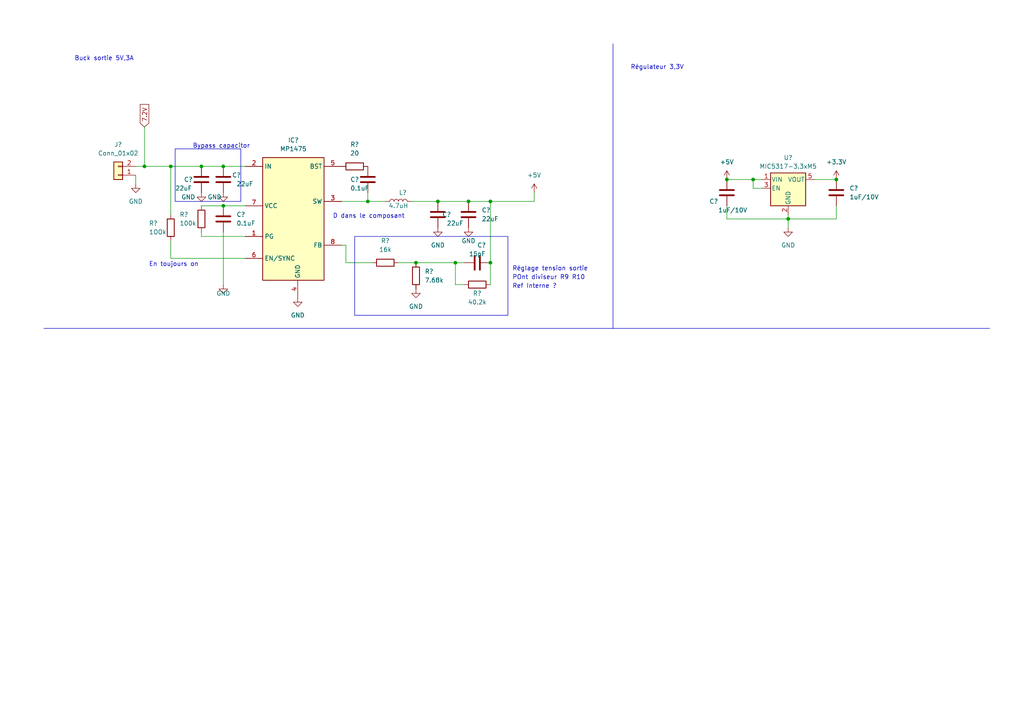
<source format=kicad_sch>
(kicad_sch (version 20230121) (generator eeschema)
  (paper "A4")
  (lib_symbols
    (symbol "Connector_Generic:Conn_01x02" (pin_names (offset 1.016) hide)
      (property "Reference" "J" (at 0 2.54 0))
      (property "Value" "Conn_01x02" (at 0 -5.08 0))
      (symbol "Conn_01x02_1_1"
        (rectangle (start -1.27 -2.413) (end 0 -2.667) (stroke (width 0.1524)))
        (rectangle (start -1.27 0.127) (end 0 -0.127) (stroke (width 0.1524)))
        (rectangle (start -1.27 1.27) (end 1.27 -3.81) (stroke (width 0.254)) (fill (type background)))
        (pin passive line (at -5.08 0 0) (length 3.81) (name "Pin_1") (number "1"))
        (pin passive line (at -5.08 -2.54 0) (length 3.81) (name "Pin_2") (number "2"))
      )
    )
    (symbol "Device:C" (pin_numbers hide) (pin_names (offset 0.254))
      (property "Reference" "C" (at 0.635 2.54 0))
      (property "Value" "C" (at 0.635 -2.54 0))
      (symbol "C_0_1"
        (polyline (pts (xy -2.032 -0.762) (xy 2.032 -0.762)) (stroke (width 0.508)))
        (polyline (pts (xy -2.032 0.762) (xy 2.032 0.762)) (stroke (width 0.508)))
      )
      (symbol "C_1_1"
        (pin passive line (at 0 3.81 270) (length 2.794) (name "~") (number "1"))
        (pin passive line (at 0 -3.81 90) (length 2.794) (name "~") (number "2"))
      )
    )
    (symbol "Device:L" (pin_numbers hide) (pin_names (offset 1.016) hide)
      (property "Reference" "L" (at -1.27 0 90))
      (property "Value" "L" (at 1.905 0 90))
      (symbol "L_0_1"
        (arc (start 0 -2.54) (mid 0.6323 -1.905) (end 0 -1.27))
        (arc (start 0 -1.27) (mid 0.6323 -0.635) (end 0 0))
        (arc (start 0 0) (mid 0.6323 0.635) (end 0 1.27))
        (arc (start 0 1.27) (mid 0.6323 1.905) (end 0 2.54))
      )
      (symbol "L_1_1"
        (pin passive line (at 0 3.81 270) (length 1.27) (name "1") (number "1"))
        (pin passive line (at 0 -3.81 90) (length 1.27) (name "2") (number "2"))
      )
    )
    (symbol "Device:R" (pin_numbers hide) (pin_names (offset 0))
      (property "Reference" "R" (at 2.032 0 90))
      (property "Value" "R" (at 0 0 90))
      (symbol "R_0_1"
        (rectangle (start -1.016 -2.54) (end 1.016 2.54) (stroke (width 0.254)))
      )
      (symbol "R_1_1"
        (pin passive line (at 0 3.81 270) (length 1.27) (name "~") (number "1"))
        (pin passive line (at 0 -3.81 90) (length 1.27) (name "~") (number "2"))
      )
    )
    (symbol "MP1475SGJ-P:MP1475SGJ-P"
      (property "Reference" "IC" (at 15.24 11.43 0))
      (property "Value" "MP1475" (at 8.89 3.81 0))
      (symbol "MP1475SGJ-P_1_1"
        (rectangle (start 3.81 8.89) (end 21.59 -26.67) (stroke (width 0.254)) (fill (type background)))
        (pin passive line (at -1.27 -13.97 0) (length 5.08) (name "PG") (number "1"))
        (pin power_in line (at -1.27 6.35 0) (length 5.08) (name "IN") (number "2"))
        (pin passive line (at 26.67 -3.81 180) (length 5.08) (name "SW") (number "3"))
        (pin passive line (at 13.97 -31.75 90) (length 5.08) (name "GND") (number "4"))
        (pin passive line (at 26.67 6.35 180) (length 5.08) (name "BST") (number "5"))
        (pin passive line (at -1.27 -20.32 0) (length 5.08) (name "EN/SYNC") (number "6"))
        (pin power_in line (at -1.27 -5.08 0) (length 5.08) (name "VCC") (number "7"))
        (pin passive line (at 26.67 -16.51 180) (length 5.08) (name "FB") (number "8"))
      )
    )
    (symbol "Regulator_Linear:MIC5317-3.3xM5" (pin_names (offset 0.254))
      (property "Reference" "U" (at -6.35 6.35 0))
      (property "Value" "MIC5317-3.3xM5" (at 0 6.35 0))
      (symbol "MIC5317-3.3xM5_0_1"
        (rectangle (start -5.08 4.445) (end 5.08 -5.08) (stroke (width 0.254)) (fill (type background)))
      )
      (symbol "MIC5317-3.3xM5_1_1"
        (pin power_in line (at -7.62 2.54 0) (length 2.54) (name "VIN") (number "1"))
        (pin power_in line (at 0 -7.62 90) (length 2.54) (name "GND") (number "2"))
        (pin input line (at -7.62 0 0) (length 2.54) (name "EN") (number "3"))
        (pin no_connect line (at 5.08 0 180) (length 2.54) hide (name "NC") (number "4"))
        (pin power_out line (at 7.62 2.54 180) (length 2.54) (name "VOUT") (number "5"))
      )
    )
    (symbol "power:+3.3V" (power) (pin_names (offset 0))
      (property "Value" "+3.3V" (at 0 3.556 0))
      (symbol "+3.3V_0_1"
        (polyline (pts (xy -0.762 1.27) (xy 0 2.54)))
        (polyline (pts (xy 0 0) (xy 0 2.54)))
        (polyline (pts (xy 0 2.54) (xy 0.762 1.27)))
      )
      (symbol "+3.3V_1_1"
        (pin power_in line (at 0 0 90) (length 0) hide (name "+3.3V") (number "1"))
      )
    )
    (symbol "power:+5V" (power) (pin_names (offset 0))
      (property "Value" "+5V" (at 0 3.556 0))
      (symbol "+5V_0_1"
        (polyline (pts (xy -0.762 1.27) (xy 0 2.54)))
        (polyline (pts (xy 0 0) (xy 0 2.54)))
        (polyline (pts (xy 0 2.54) (xy 0.762 1.27)))
      )
      (symbol "+5V_1_1"
        (pin power_in line (at 0 0 90) (length 0) hide (name "+5V") (number "1"))
      )
    )
    (symbol "power:GND" (power) (pin_names (offset 0))
      (property "Value" "GND" (at 0 -3.81 0))
      (symbol "GND_0_1"
        (polyline (pts (xy 0 0) (xy 0 -1.27) (xy 1.27 -1.27) (xy 0 -2.54) (xy -1.27 -1.27) (xy 0 -1.27)))
      )
      (symbol "GND_1_1"
        (pin power_in line (at 0 0 270) (length 0) hide (name "GND") (number "1"))
      )
    )
  )
  (junction (at 242.57 52.07))
  (junction (at 106.68 58.42))
  (junction (at 218.44 52.07))
  (junction (at 120.65 76.2))
  (junction (at 210.82 52.07))
  (junction (at 58.42 48.26))
  (junction (at 41.91 48.26))
  (junction (at 142.24 76.2))
  (junction (at 142.24 58.42))
  (junction (at 228.6 63.5))
  (junction (at 135.89 58.42))
  (junction (at 64.77 59.69))
  (junction (at 132.08 76.2))
  (junction (at 64.77 48.26))
  (junction (at 127 58.42))
  (junction (at 49.53 48.26))
  (wire (pts (xy 58.42 48.26) (xy 64.77 48.26)))
  (wire (pts (xy 242.57 59.69) (xy 242.57 63.5)))
  (wire (pts (xy 142.24 76.2) (xy 142.24 82.55)))
  (wire (pts (xy 154.94 58.42) (xy 154.94 55.88)))
  (wire (pts (xy 41.91 36.83) (xy 41.91 48.26)))
  (wire (pts (xy 107.95 76.2) (xy 100.33 76.2)))
  (wire (pts (xy 220.98 54.61) (xy 218.44 54.61)))
  (wire (pts (xy 236.22 52.07) (xy 242.57 52.07)))
  (wire (pts (xy 142.24 58.42) (xy 154.94 58.42)))
  (wire (pts (xy 49.53 69.85) (xy 49.53 74.93)))
  (polyline (pts (xy 12.7 95.25) (xy 177.8 95.25)))
  (wire (pts (xy 228.6 63.5) (xy 228.6 62.23)))
  (wire (pts (xy 64.77 48.26) (xy 71.12 48.26)))
  (wire (pts (xy 41.91 48.26) (xy 49.53 48.26)))
  (wire (pts (xy 71.12 74.93) (xy 49.53 74.93)))
  (wire (pts (xy 106.68 58.42) (xy 106.68 55.88)))
  (wire (pts (xy 106.68 58.42) (xy 111.76 58.42)))
  (wire (pts (xy 100.33 71.12) (xy 99.06 71.12)))
  (wire (pts (xy 228.6 63.5) (xy 228.6 66.04)))
  (wire (pts (xy 132.08 82.55) (xy 134.62 82.55)))
  (wire (pts (xy 39.37 48.26) (xy 41.91 48.26)))
  (wire (pts (xy 58.42 68.58) (xy 58.42 67.31)))
  (wire (pts (xy 58.42 68.58) (xy 71.12 68.58)))
  (wire (pts (xy 210.82 59.69) (xy 210.82 63.5)))
  (wire (pts (xy 99.06 58.42) (xy 106.68 58.42)))
  (wire (pts (xy 127 58.42) (xy 119.38 58.42)))
  (wire (pts (xy 100.33 76.2) (xy 100.33 71.12)))
  (wire (pts (xy 210.82 63.5) (xy 228.6 63.5)))
  (wire (pts (xy 120.65 76.2) (xy 115.57 76.2)))
  (wire (pts (xy 64.77 82.55) (xy 64.77 67.31)))
  (wire (pts (xy 218.44 54.61) (xy 218.44 52.07)))
  (wire (pts (xy 135.89 58.42) (xy 142.24 58.42)))
  (wire (pts (xy 228.6 63.5) (xy 242.57 63.5)))
  (wire (pts (xy 132.08 76.2) (xy 132.08 82.55)))
  (polyline (pts (xy 177.8 12.7) (xy 177.8 95.25)))
  (wire (pts (xy 39.37 50.8) (xy 39.37 53.34)))
  (polyline (pts (xy 177.8 95.25) (xy 287.02 95.25)))
  (wire (pts (xy 120.65 76.2) (xy 132.08 76.2)))
  (wire (pts (xy 49.53 62.23) (xy 49.53 48.26)))
  (wire (pts (xy 64.77 59.69) (xy 71.12 59.69)))
  (wire (pts (xy 134.62 76.2) (xy 132.08 76.2)))
  (wire (pts (xy 58.42 59.69) (xy 64.77 59.69)))
  (wire (pts (xy 210.82 52.07) (xy 218.44 52.07)))
  (wire (pts (xy 127 58.42) (xy 135.89 58.42)))
  (wire (pts (xy 218.44 52.07) (xy 220.98 52.07)))
  (wire (pts (xy 142.24 58.42) (xy 142.24 76.2)))
  (wire (pts (xy 49.53 48.26) (xy 58.42 48.26)))
  (rectangle (start 50.8 43.18) (end 69.85 58.42))
  (rectangle (start 102.87 68.58) (end 147.32 91.44))
  (rectangle (start 102.87 91.44) (end 102.87 91.44))
  (text "Bypass capacitor\n" (at 55.88 43.18 0) (effects (font (size 1.27 1.27)) (justify left bottom)))
  (text "POnt diviseur R9 R10" (at 148.59 81.28 0) (effects (font (size 1.27 1.27)) (justify left bottom)))
  (text "D dans le composant" (at 96.52 63.5 0) (effects (font (size 1.27 1.27)) (justify left bottom)))
  (text "En toujours on\n" (at 43.18 77.47 0) (effects (font (size 1.27 1.27)) (justify left bottom)))
  (text "Réglage tension sortie" (at 148.59 78.74 0) (effects (font (size 1.27 1.27)) (justify left bottom)))
  (text "Buck sortie 5V,3A" (at 21.59 17.78 0) (effects (font (size 1.27 1.27)) (justify left bottom)))
  (text "Régulateur 3,3V" (at 182.88 20.32 0) (effects (font (size 1.27 1.27)) (justify left bottom)))
  (text "Ref Interne ?" (at 148.59 83.82 0) (effects (font (size 1.27 1.27)) (justify left bottom)))
  (global_label "7.2V" (shape input) (at 41.91 36.83 90) (property "Intersheetrefs" "${INTERSHEET_REFS}" (effects hide)))
  (symbol (lib_id "MP1475SGJ-P:MP1475SGJ-P") (at 72.39 54.61 0) (unit 1)
    (property "Reference" "IC?" (at 85.09 40.64 0))
    (property "Value" "MP1475" (at 85.09 43.18 0))
    (property "Footprint" "KiCad:SOT65P280X100-8N" (effects hide))
    (property "Datasheet" "http://media.digikey.com/pdf/Data%20Sheets/Monolithic%20Power%20PDF" (effects hide))
    (property "Height" "1" (effects hide))
    (property "Mouser Part Number" "946-MP1475SGJ-P" (effects hide))
    (property "Mouser Price/Stock" "https://www.mouser.co.uk/ProductDetail/Monolithic-Power-Systems-MPS/MP1475SGJ-P?qs=FIQZoK1q933LtAjxu26L8w%3D%3D" (effects hide))
    (property "Manufacturer_Name" "Monolithic Power Systems (MPS)" (effects hide))
    (property "Manufacturer_Part_Number" "MP1475SGJ-P" (effects hide))
    (instances (project "Alimentation" (path "" (reference "IC?") (unit 1)) (path "" (reference "IC1") (unit 1))))
  )
  (symbol (lib_id "power:+5V") (at 154.94 55.88 0) (unit 1)
    (property "Reference" "#PWR027" (effects hide))
    (property "Value" "+5V" (at 154.94 50.8 0))
  )
  (symbol (lib_id "Device:C") (at 135.89 62.23 0) (unit 1)
    (property "Reference" "C?" (at 139.7 60.96 0) (effects (justify left)))
    (property "Value" "22uF" (at 139.7 63.5 0) (effects (justify left)))
    (property "Footprint" "Capacitor_SMD:C_0603_1608Metric_Pad1.08x0.95mm_HandSolder" (effects hide))
    (instances (project "Alimentation" (path "" (reference "C?") (unit 1)) (path "" (reference "C16") (unit 1))))
  )
  (symbol (lib_id "power:+3.3V") (at 242.57 52.07 0) (unit 1)
    (property "Reference" "#PWR030" (effects hide))
    (property "Value" "+3.3V" (at 242.57 46.99 0))
  )
  (symbol (lib_id "power:GND") (at 64.77 55.88 0) (unit 1)
    (property "Reference" "#PWR?" (effects hide))
    (property "Value" "GND" (at 62.23 57.15 0))
    (instances (project "Alimentation" (path "" (reference "#PWR?") (unit 1)) (path "" (reference "#PWR021") (unit 1))))
  )
  (symbol (lib_id "Device:R") (at 111.76 76.2 90) (unit 1)
    (property "Reference" "R?" (at 111.76 69.85 90))
    (property "Value" "16k" (at 111.76 72.39 90))
    (property "Footprint" "Resistor_SMD:R_0603_1608Metric_Pad0.98x0.95mm_HandSolder" (effects hide))
    (instances (project "Alimentation" (path "" (reference "R?") (unit 1)) (path "" (reference "R8") (unit 1))))
  )
  (symbol (lib_id "power:GND") (at 228.6 66.04 0) (unit 1)
    (property "Reference" "#PWR?" (effects hide))
    (property "Value" "GND" (at 228.6 71.12 0))
    (instances (project "Alimentation" (path "" (reference "#PWR?") (unit 1)) (path "" (reference "#PWR029") (unit 1))))
  )
  (symbol (lib_id "Device:R") (at 58.42 63.5 0) (unit 1)
    (property "Reference" "R?" (at 52.07 62.23 0) (effects (justify left)))
    (property "Value" "100k" (at 52.07 64.77 0) (effects (justify left)))
    (property "Footprint" "Resistor_SMD:R_0603_1608Metric_Pad0.98x0.95mm_HandSolder" (effects hide))
    (instances (project "Alimentation" (path "" (reference "R?") (unit 1)) (path "" (reference "R6") (unit 1))))
  )
  (symbol (lib_id "Device:C") (at 210.82 55.88 0) (unit 1)
    (property "Reference" "C?" (at 205.74 58.42 0) (effects (justify left)))
    (property "Value" "1uF/10V" (at 208.28 60.96 0) (effects (justify left)))
    (property "Footprint" "Capacitor_SMD:C_0603_1608Metric_Pad1.08x0.95mm_HandSolder" (effects hide))
    (instances (project "Alimentation" (path "" (reference "C?") (unit 1)) (path "" (reference "C18") (unit 1))))
  )
  (symbol (lib_id "Device:C") (at 138.43 76.2 90) (unit 1)
    (property "Reference" "C?" (at 139.7 71.12 90))
    (property "Value" "15pF" (at 138.43 73.66 90))
    (property "Footprint" "Capacitor_SMD:C_0603_1608Metric_Pad1.08x0.95mm_HandSolder" (effects hide))
    (instances (project "Alimentation" (path "" (reference "C?") (unit 1)) (path "" (reference "C17") (unit 1))))
  )
  (symbol (lib_id "Device:R") (at 138.43 82.55 90) (unit 1)
    (property "Reference" "R?" (at 138.43 85.09 90))
    (property "Value" "40.2k" (at 138.43 87.63 90))
    (property "Footprint" "Resistor_SMD:R_0603_1608Metric_Pad0.98x0.95mm_HandSolder" (effects hide))
    (instances (project "Alimentation" (path "" (reference "R?") (unit 1)) (path "" (reference "R10") (unit 1))))
  )
  (symbol (lib_id "Device:L") (at 115.57 58.42 90) (unit 1)
    (property "Reference" "L?" (at 116.84 55.88 90))
    (property "Value" "4.7uH" (at 115.57 59.69 90))
    (property "Footprint" "Inductor_SMD:L_0603_1608Metric_Pad1.05x0.95mm_HandSolder" (effects hide))
    (instances (project "Alimentation" (path "" (reference "L?") (unit 1)) (path "" (reference "L2") (unit 1))))
  )
  (symbol (lib_id "power:GND") (at 64.77 82.55 0) (unit 1)
    (property "Reference" "#PWR?" (effects hide))
    (property "Value" "GND" (at 64.77 85.09 0))
    (instances (project "Alimentation" (path "" (reference "#PWR?") (unit 1)) (path "" (reference "#PWR022") (unit 1))))
  )
  (symbol (lib_id "Regulator_Linear:MIC5317-3.3xM5") (at 228.6 54.61 0) (unit 1)
    (property "Reference" "U?" (at 228.6 45.72 0))
    (property "Value" "MIC5317-3.3xM5" (at 228.6 48.26 0))
    (property "Footprint" "Package_TO_SOT_SMD:SOT-23-5" (effects hide))
    (property "Datasheet" "https://ww1.microchip.com/downloads/aemDocuments/documents/OTH/ProductDocuments/DataSheets/MIC5317-High-Performance-Single-150mA-LDO-DS20006195B.pdf" (effects hide))
    (instances (project "Alimentation" (path "" (reference "U?") (unit 1)) (path "" (reference "U2") (unit 1))))
  )
  (symbol (lib_id "power:GND") (at 127 66.04 0) (unit 1)
    (property "Reference" "#PWR?" (effects hide))
    (property "Value" "GND" (at 127 71.12 0))
    (instances (project "Alimentation" (path "" (reference "#PWR?") (unit 1)) (path "" (reference "#PWR025") (unit 1))))
  )
  (symbol (lib_id "power:+5V") (at 210.82 52.07 0) (unit 1)
    (property "Reference" "#PWR028" (effects hide))
    (property "Value" "+5V" (at 210.82 46.99 0))
  )
  (symbol (lib_id "power:GND") (at 120.65 83.82 0) (unit 1)
    (property "Reference" "#PWR?" (effects hide))
    (property "Value" "GND" (at 120.65 88.9 0))
    (instances (project "Alimentation" (path "" (reference "#PWR?") (unit 1)) (path "" (reference "#PWR024") (unit 1))))
  )
  (symbol (lib_id "Connector_Generic:Conn_01x02") (at 34.29 50.8 180) (unit 1)
    (property "Reference" "J?" (at 34.29 41.91 0))
    (property "Value" "Conn_01x02" (at 34.29 44.45 0))
    (property "Footprint" "Connector_JST:JST_XH_S2B-XH-A_1x02_P2.50mm_Horizontal" (effects hide))
    (instances (project "Alimentation" (path "" (reference "J?") (unit 1)) (path "" (reference "J2") (unit 1))))
  )
  (symbol (lib_id "Device:C") (at 106.68 52.07 0) (unit 1)
    (property "Reference" "C?" (at 101.6 52.07 0) (effects (justify left)))
    (property "Value" "0.1uF" (at 101.6 54.61 0) (effects (justify left)))
    (property "Footprint" "Capacitor_SMD:C_0603_1608Metric_Pad1.08x0.95mm_HandSolder" (effects hide))
    (instances (project "Alimentation" (path "" (reference "C?") (unit 1)) (path "" (reference "C14") (unit 1))))
  )
  (symbol (lib_id "power:GND") (at 86.36 86.36 0) (unit 1)
    (property "Reference" "#PWR?" (effects hide))
    (property "Value" "GND" (at 86.36 91.44 0))
    (instances (project "Alimentation" (path "" (reference "#PWR?") (unit 1)) (path "" (reference "#PWR023") (unit 1))))
  )
  (symbol (lib_id "power:GND") (at 135.89 66.04 0) (unit 1)
    (property "Reference" "#PWR?" (effects hide))
    (property "Value" "GND" (at 135.89 69.85 0))
    (instances (project "Alimentation" (path "" (reference "#PWR?") (unit 1)) (path "" (reference "#PWR026") (unit 1))))
  )
  (symbol (lib_id "power:GND") (at 39.37 53.34 0) (unit 1)
    (property "Reference" "#PWR?" (effects hide))
    (property "Value" "GND" (at 39.37 58.42 0))
    (instances (project "Alimentation" (path "" (reference "#PWR?") (unit 1)) (path "" (reference "#PWR019") (unit 1))))
  )
  (symbol (lib_id "Device:R") (at 120.65 80.01 0) (unit 1)
    (property "Reference" "R?" (at 123.19 78.74 0) (effects (justify left)))
    (property "Value" "7.68k" (at 123.19 81.28 0) (effects (justify left)))
    (property "Footprint" "Resistor_SMD:R_0603_1608Metric_Pad0.98x0.95mm_HandSolder" (effects hide))
    (instances (project "Alimentation" (path "" (reference "R?") (unit 1)) (path "" (reference "R9") (unit 1))))
  )
  (symbol (lib_id "Device:C") (at 64.77 52.07 0) (unit 1)
    (property "Reference" "C?" (at 67.31 50.8 0) (effects (justify left)))
    (property "Value" "22uF" (at 68.58 53.34 0) (effects (justify left)))
    (property "Footprint" "Capacitor_SMD:C_0603_1608Metric_Pad1.08x0.95mm_HandSolder" (effects hide))
    (instances (project "Alimentation" (path "" (reference "C?") (unit 1)) (path "" (reference "C12") (unit 1))))
  )
  (symbol (lib_id "power:GND") (at 58.42 55.88 0) (unit 1)
    (property "Reference" "#PWR?" (effects hide))
    (property "Value" "GND" (at 54.61 57.15 0))
    (instances (project "Alimentation" (path "" (reference "#PWR?") (unit 1)) (path "" (reference "#PWR020") (unit 1))))
  )
  (symbol (lib_id "Device:C") (at 58.42 52.07 0) (unit 1)
    (property "Reference" "C?" (at 53.34 52.07 0) (effects (justify left)))
    (property "Value" "22uF" (at 50.8 54.61 0) (effects (justify left)))
    (property "Footprint" "Capacitor_SMD:C_0603_1608Metric_Pad1.08x0.95mm_HandSolder" (effects hide))
    (instances (project "Alimentation" (path "" (reference "C?") (unit 1)) (path "" (reference "C11") (unit 1))))
  )
  (symbol (lib_id "Device:C") (at 127 62.23 0) (unit 1)
    (property "Reference" "C?" (at 128.27 62.23 0) (effects (justify left)))
    (property "Value" "22uF" (at 129.54 64.77 0) (effects (justify left)))
    (property "Footprint" "Capacitor_SMD:C_0603_1608Metric_Pad1.08x0.95mm_HandSolder" (effects hide))
    (instances (project "Alimentation" (path "" (reference "C?") (unit 1)) (path "" (reference "C15") (unit 1))))
  )
  (symbol (lib_id "Device:C") (at 64.77 63.5 0) (unit 1)
    (property "Reference" "C?" (at 68.58 62.23 0) (effects (justify left)))
    (property "Value" "0.1uF" (at 68.58 64.77 0) (effects (justify left)))
    (property "Footprint" "Capacitor_SMD:C_0603_1608Metric_Pad1.08x0.95mm_HandSolder" (effects hide))
    (instances (project "Alimentation" (path "" (reference "C?") (unit 1)) (path "" (reference "C13") (unit 1))))
  )
  (symbol (lib_id "Device:C") (at 242.57 55.88 0) (unit 1)
    (property "Reference" "C?" (at 246.38 54.61 0) (effects (justify left)))
    (property "Value" "1uF/10V" (at 246.38 57.15 0) (effects (justify left)))
    (property "Footprint" "Capacitor_SMD:C_0603_1608Metric_Pad1.08x0.95mm_HandSolder" (effects hide))
    (instances (project "Alimentation" (path "" (reference "C?") (unit 1)) (path "" (reference "C19") (unit 1))))
  )
  (symbol (lib_id "Device:R") (at 102.87 48.26 270) (unit 1)
    (property "Reference" "R?" (at 102.87 41.91 90))
    (property "Value" "20" (at 102.87 44.45 90))
    (property "Footprint" "Resistor_SMD:R_0603_1608Metric_Pad0.98x0.95mm_HandSolder" (effects hide))
    (instances (project "Alimentation" (path "" (reference "R?") (unit 1)) (path "" (reference "R7") (unit 1))))
  )
  (symbol (lib_id "Device:R") (at 49.53 66.04 0) (unit 1)
    (property "Reference" "R?" (at 43.18 64.77 0) (effects (justify left)))
    (property "Value" "1OOk" (at 43.18 67.31 0) (effects (justify left)))
    (property "Footprint" "Resistor_SMD:R_0603_1608Metric_Pad0.98x0.95mm_HandSolder" (effects hide))
    (instances (project "Alimentation" (path "" (reference "R?") (unit 1)) (path "" (reference "R5") (unit 1))))
  )
)
</source>
